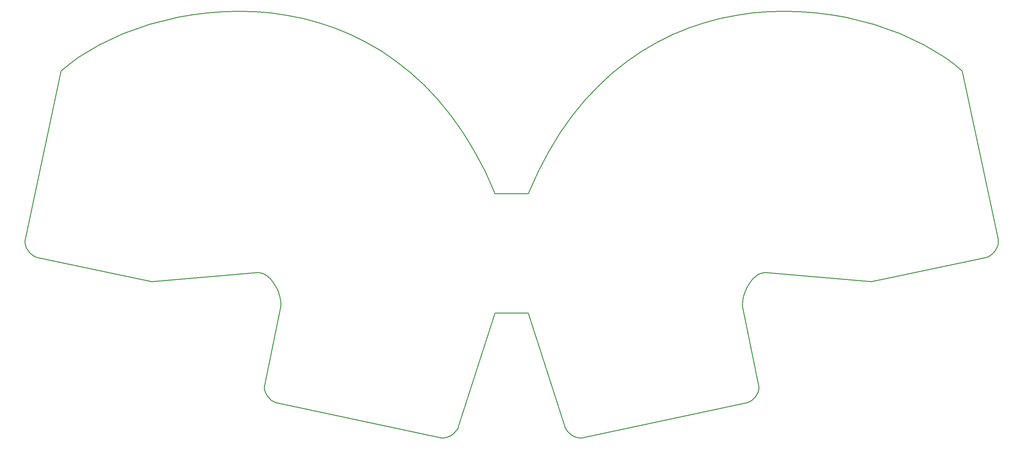
<source format=gm1>
G04 #@! TF.GenerationSoftware,KiCad,Pcbnew,(6.0.9)*
G04 #@! TF.CreationDate,2022-12-10T11:28:18+09:00*
G04 #@! TF.ProjectId,kidoairaku-swallowtail,6b69646f-6169-4726-916b-752d7377616c,rev?*
G04 #@! TF.SameCoordinates,Original*
G04 #@! TF.FileFunction,Profile,NP*
%FSLAX46Y46*%
G04 Gerber Fmt 4.6, Leading zero omitted, Abs format (unit mm)*
G04 Created by KiCad (PCBNEW (6.0.9)) date 2022-12-10 11:28:18*
%MOMM*%
%LPD*%
G01*
G04 APERTURE LIST*
G04 #@! TA.AperFunction,Profile*
%ADD10C,0.264582*%
G04 #@! TD*
G04 #@! TA.AperFunction,Profile*
%ADD11C,0.050000*%
G04 #@! TD*
G04 APERTURE END LIST*
D10*
X212462997Y-110909729D02*
X212239356Y-111301299D01*
X165598420Y-152371726D02*
X165221376Y-152235099D01*
X211497338Y-112957530D02*
X211353205Y-113385505D01*
X127943784Y-60431573D02*
X124289504Y-56558480D01*
X226520614Y-36388076D02*
X230741882Y-36705503D01*
X85086850Y-115523256D02*
X85114223Y-115938346D01*
X104177745Y-42684913D02*
X99898677Y-40918070D01*
X167315557Y-152533455D02*
X167128733Y-152555881D01*
X15500002Y-98500076D02*
X15467017Y-98688283D01*
X18260516Y-103246972D02*
X18443408Y-103327587D01*
X15447430Y-98879517D02*
X15440820Y-99073268D01*
X80750375Y-139584767D02*
X80802557Y-139772031D01*
X16905566Y-102259178D02*
X17220375Y-102556149D01*
X280505343Y-99664443D02*
X280464262Y-99863175D01*
X222236444Y-36285930D02*
X226520614Y-36388076D01*
X214894085Y-140511008D02*
X214691911Y-140867783D01*
X49999996Y-110000084D02*
X78500000Y-107500076D01*
X280553211Y-99268933D02*
X280535134Y-99466192D01*
X152500107Y-85999985D02*
X143499878Y-86000069D01*
X84163425Y-112114942D02*
X84341303Y-112533497D01*
X210896821Y-116742276D02*
X210936563Y-117127779D01*
X83760613Y-111301387D02*
X83969647Y-111703667D01*
X212030323Y-111703578D02*
X211836544Y-112114852D01*
X83299370Y-110530672D02*
X83536972Y-110909818D01*
X279895927Y-101225067D02*
X279655941Y-101589519D01*
X85000000Y-117500084D02*
X80699997Y-138300079D01*
X81924594Y-108881302D02*
X82222295Y-109172614D01*
X83536972Y-110909818D02*
X83760613Y-111301387D01*
X280559155Y-99073174D02*
X280553211Y-99268933D01*
X280499969Y-98499985D02*
X280532956Y-98688191D01*
X80936194Y-140144530D02*
X81105886Y-140511100D01*
X82456956Y-36779280D02*
X78094703Y-36412079D01*
X15722493Y-100457275D02*
X15804526Y-100652849D01*
X280412310Y-100061881D02*
X280349910Y-100260052D01*
X164853289Y-152066776D02*
X164497532Y-151869026D01*
X215360497Y-107960206D02*
X215026363Y-108150393D01*
X212700599Y-110530583D02*
X212462997Y-110909729D01*
X278779595Y-102556053D02*
X278446586Y-102822389D01*
X124289504Y-56558480D02*
X120491323Y-53068753D01*
X238932074Y-37934475D02*
X246679757Y-39869408D01*
X15467017Y-98688283D02*
X15447430Y-98879517D01*
X85103148Y-116742367D02*
X85063407Y-117127871D01*
X171710480Y-56558399D02*
X175508661Y-53068671D01*
X162499985Y-149499985D02*
X162499985Y-149499985D01*
X245999969Y-109999992D02*
X245999969Y-109999992D01*
X15494633Y-99664538D02*
X15535715Y-99863270D01*
X216050592Y-107670246D02*
X215702123Y-107799585D01*
X17901220Y-103054116D02*
X18079646Y-103155646D01*
X270700104Y-52599995D02*
X280499969Y-98499985D01*
X216765475Y-107512267D02*
X216405258Y-107573902D01*
X213629820Y-142119597D02*
X213318809Y-142369397D01*
X82509270Y-109484921D02*
X82784872Y-109816509D01*
X78500000Y-107500076D02*
X78500000Y-107500076D01*
X84341303Y-112533497D02*
X84502631Y-112957620D01*
X212996747Y-142586202D02*
X212832687Y-142681023D01*
X120491323Y-53068753D02*
X116565149Y-49949463D01*
X215299973Y-138299988D02*
X215299973Y-138299988D01*
X61115644Y-37225366D02*
X57067907Y-37934562D01*
X215342235Y-139024622D02*
X215322452Y-139210533D01*
X279655941Y-101589519D02*
X279387643Y-101935547D01*
X128871252Y-152555973D02*
X129060052Y-152567638D01*
X164497532Y-151869026D02*
X164157476Y-151644119D01*
X210880098Y-116345196D02*
X210896821Y-116742276D01*
X280104232Y-100846264D02*
X279895927Y-101225067D01*
X19000002Y-103500076D02*
X49999996Y-110000084D01*
X143499878Y-86000069D02*
X143499878Y-86000069D01*
X166749578Y-152568734D02*
X166558092Y-152559728D01*
X214204400Y-141536480D02*
X213926208Y-141840669D01*
X131146696Y-152066868D02*
X131502453Y-151869118D01*
X85038400Y-115101733D02*
X85086850Y-115523256D01*
X213543026Y-36779194D02*
X217905279Y-36411992D01*
X80677518Y-139210625D02*
X80708547Y-139397470D01*
X16104047Y-101225165D02*
X16344032Y-101589616D01*
X15535715Y-99863270D02*
X15587666Y-100061977D01*
X215249595Y-139584675D02*
X215197414Y-139771940D01*
X15650066Y-100260148D02*
X15722493Y-100457275D01*
X84000000Y-143000076D02*
X84000000Y-143000076D01*
X95571157Y-39457016D02*
X91211091Y-38288819D01*
X167499985Y-152499985D02*
X167315557Y-152533455D01*
X80802557Y-139772031D02*
X80864645Y-139958780D01*
X30004880Y-48875683D02*
X27525481Y-50707822D01*
X132978273Y-150518392D02*
X133088038Y-150356900D01*
X133281459Y-150023191D02*
X133364273Y-149851543D01*
X215299973Y-138299988D02*
X215329640Y-138477328D01*
X131842508Y-151644210D02*
X132163490Y-151394414D01*
X49999996Y-110000084D02*
X49999996Y-110000084D01*
X108392452Y-44770473D02*
X104177745Y-42684913D01*
X129441893Y-152559820D02*
X129634091Y-152540904D01*
X80297847Y-107799674D02*
X80639472Y-107960295D01*
X277920322Y-103155551D02*
X277739453Y-103246878D01*
X253857665Y-42406864D02*
X260338536Y-45443406D01*
X166365893Y-152540813D02*
X166173406Y-152512271D01*
X213318809Y-142369397D02*
X212996747Y-142586202D01*
X168056200Y-60431492D02*
X171710480Y-56558399D01*
X80699997Y-138300079D02*
X80670330Y-138477420D01*
X280552544Y-98879424D02*
X280559155Y-99073174D01*
X143499878Y-86000069D02*
X140803727Y-80016199D01*
X18627900Y-103396982D02*
X18813572Y-103454648D01*
X132163490Y-151394414D02*
X132462026Y-151122000D01*
X84000000Y-143000076D02*
X128500000Y-152500076D01*
X84880855Y-114246245D02*
X84969519Y-114675492D01*
X211999969Y-142999985D02*
X211999969Y-142999985D01*
X260338536Y-45443406D02*
X265995103Y-48875596D01*
X210885746Y-115938254D02*
X210880098Y-116345196D01*
X280349910Y-100260052D02*
X280277483Y-100457178D01*
X280499969Y-98499985D02*
X280499969Y-98499985D01*
X129250406Y-152568826D02*
X129441893Y-152559820D01*
X130778609Y-152235191D02*
X131146696Y-152066868D01*
X215702123Y-107799585D02*
X215360497Y-107960206D01*
X129060052Y-152567638D02*
X129250406Y-152568826D01*
X163836495Y-151394323D02*
X163537959Y-151121908D01*
X166939933Y-152567546D02*
X166749578Y-152568734D01*
X84502631Y-112957620D02*
X84646764Y-113385595D01*
X215322452Y-139210533D02*
X215291423Y-139397379D01*
X79594711Y-107573991D02*
X79949377Y-107670335D01*
X129826579Y-152512363D02*
X130018935Y-152474479D01*
X143500000Y-118500084D02*
X152500000Y-118499992D01*
X212500745Y-142841087D02*
X212333755Y-142905362D01*
X128500000Y-152500076D02*
X128684427Y-152533547D01*
X83499226Y-142841178D02*
X83666216Y-142905454D01*
X215291423Y-139397379D02*
X215249595Y-139584675D01*
X18079646Y-103155646D02*
X18260516Y-103246972D01*
X128684427Y-152533547D02*
X128871252Y-152555973D01*
X18813572Y-103454648D02*
X19000002Y-103500076D01*
X80699997Y-138300079D02*
X80699997Y-138300079D01*
X212239356Y-111301299D02*
X212030323Y-111703578D01*
X80657735Y-139024714D02*
X80677518Y-139210625D01*
X19000002Y-103500076D02*
X19000002Y-103500076D01*
X133088038Y-150356900D02*
X133189240Y-150191738D01*
X17725658Y-102942893D02*
X17901220Y-103054116D01*
X187607532Y-44770389D02*
X191822238Y-42684828D01*
X217499969Y-107499985D02*
X217499969Y-107499985D01*
X234884337Y-37225279D02*
X238932074Y-37934475D01*
D11*
X24904203Y-54527096D02*
X24904203Y-54527096D01*
D10*
X191822238Y-42684828D02*
X196101305Y-40917986D01*
X196101305Y-40917986D02*
X200428826Y-39456930D01*
X16612329Y-101935644D02*
X16905566Y-102259178D01*
X137884133Y-74480345D02*
X134757007Y-69379576D01*
X210999969Y-117499992D02*
X215299973Y-138299988D01*
X214691911Y-140867783D02*
X214460825Y-141210896D01*
X217499969Y-107499985D02*
X217130594Y-107487057D01*
X280464262Y-99863175D02*
X280412310Y-100061881D01*
X276999969Y-103499985D02*
X276999969Y-103499985D01*
X277556561Y-103327494D02*
X277372070Y-103396889D01*
X214700366Y-108368433D02*
X214383155Y-108612611D01*
X213215097Y-109816421D02*
X212951515Y-110165576D01*
X230741882Y-36705503D02*
X234884337Y-37225279D01*
X15804526Y-100652849D02*
X15895744Y-100846361D01*
X82784872Y-109816509D02*
X83048455Y-110165664D01*
X277186398Y-103454556D02*
X276999969Y-103499985D01*
X163021712Y-150518301D02*
X162911947Y-150356808D01*
X175508661Y-53068671D02*
X179434835Y-49949380D01*
X167499985Y-152499985D02*
X167499985Y-152499985D01*
X213490699Y-109484833D02*
X213215097Y-109816421D01*
X158115851Y-74480267D02*
X161242978Y-69379496D01*
X86834388Y-37400551D02*
X82456956Y-36779280D01*
X265995103Y-48875596D02*
X268474504Y-50707734D01*
X73763537Y-36286017D02*
X69479367Y-36388163D01*
X69479367Y-36388163D02*
X65258100Y-36705590D01*
X132734745Y-150829236D02*
X132978273Y-150518392D01*
X79949377Y-107670335D02*
X80297847Y-107799674D01*
X83969647Y-111703667D02*
X84163425Y-112114942D01*
X99898677Y-40918070D02*
X95571157Y-39457016D01*
X212333755Y-142905362D02*
X212166681Y-142958490D01*
X78869375Y-107487148D02*
X79234495Y-107512358D01*
X82370153Y-142119688D02*
X82681163Y-142369488D01*
X84646764Y-113385595D02*
X84773054Y-113815708D01*
X80708547Y-139397470D02*
X80750375Y-139584767D01*
X81308061Y-140867874D02*
X81539147Y-141210987D01*
X15440820Y-99073268D02*
X15446764Y-99269027D01*
X212951515Y-110165576D02*
X212700599Y-110530583D01*
X17220375Y-102556149D02*
X17553383Y-102822485D01*
X163537959Y-151121908D02*
X163265240Y-150829144D01*
X133500000Y-149500076D02*
X133500000Y-149500076D01*
X210999969Y-117499992D02*
X210999969Y-117499992D01*
X214075375Y-108881214D02*
X213777674Y-109172525D01*
X179434835Y-49949380D02*
X183473095Y-47187596D01*
X217905279Y-36411992D02*
X222236444Y-36285930D01*
X209165594Y-37400465D02*
X213543026Y-36779194D01*
X246679757Y-39869408D02*
X253857665Y-42406864D01*
X214383155Y-108612611D02*
X214075375Y-108881214D01*
X133189240Y-150191738D02*
X133281459Y-150023191D01*
X25299881Y-52600082D02*
X25299881Y-52600082D01*
X82681163Y-142369488D02*
X83003226Y-142586293D01*
X83833289Y-142958581D02*
X84000000Y-143000076D01*
X85114223Y-115938346D02*
X85119871Y-116345287D01*
X215135325Y-139958689D02*
X215063777Y-140144438D01*
X130018935Y-152474479D02*
X130401565Y-152371818D01*
X15587666Y-100061977D02*
X15650066Y-100260148D01*
X211030450Y-114675401D02*
X210961569Y-115101642D01*
X78500000Y-107500076D02*
X78869375Y-107487148D01*
X162718526Y-150023100D02*
X162635712Y-149851452D01*
X215026363Y-108150393D02*
X214700366Y-108368433D01*
X81539147Y-141210987D02*
X81795573Y-141536571D01*
X81795573Y-141536571D02*
X82073765Y-141840761D01*
X213926208Y-141840669D02*
X213629820Y-142119597D01*
X134757007Y-69379576D02*
X131438254Y-64700961D01*
X133364273Y-149851543D02*
X133437260Y-149677077D01*
X162562724Y-149676985D02*
X162499985Y-149499985D01*
X212832687Y-142681023D02*
X212667205Y-142766146D01*
X57067907Y-37934562D02*
X49320225Y-39869495D01*
X161242978Y-69379496D02*
X164561730Y-64700881D01*
X18443408Y-103327587D02*
X18627900Y-103396982D01*
X80864645Y-139958780D02*
X80936194Y-140144530D01*
X217130594Y-107487057D02*
X216765475Y-107512267D01*
X79234495Y-107512358D02*
X79594711Y-107573991D01*
X280277483Y-100457178D02*
X280195449Y-100652752D01*
X116565149Y-49949463D02*
X112526889Y-47187679D01*
X276999969Y-103499985D02*
X245999969Y-109999992D01*
X131502453Y-151869118D02*
X131842508Y-151644210D01*
X164157476Y-151644119D02*
X163836495Y-151394323D01*
X165981050Y-152474387D02*
X165598420Y-152371726D01*
X162635712Y-149851452D02*
X162562724Y-149676985D01*
X82222295Y-109172614D02*
X82509270Y-109484921D01*
X81299603Y-108368522D02*
X81616815Y-108612700D01*
X212667205Y-142766146D02*
X212500745Y-142841087D01*
X83666216Y-142905454D02*
X83833289Y-142958581D01*
X279094404Y-102259082D02*
X278779595Y-102556053D01*
X85063407Y-117127871D02*
X85000000Y-117500084D01*
X81105886Y-140511100D02*
X81308061Y-140867874D01*
X17553383Y-102822485D02*
X17725658Y-102942893D01*
X211353205Y-113385505D02*
X211226915Y-113815618D01*
X42142316Y-42406952D02*
X35661447Y-45443494D01*
X80973607Y-108150482D02*
X81299603Y-108368522D01*
X214460825Y-141210896D02*
X214204400Y-141536480D01*
X162810745Y-150191647D02*
X162718526Y-150023100D01*
X80670330Y-138477420D02*
X80653695Y-138657628D01*
X65258100Y-36705590D02*
X61115644Y-37225366D01*
X278274310Y-102942798D02*
X278098749Y-103054021D01*
X280195449Y-100652752D02*
X280104232Y-100846264D01*
X133437260Y-149677077D02*
X133500000Y-149500076D01*
X280535134Y-99466192D02*
X280505343Y-99664443D01*
X183473095Y-47187596D02*
X187607532Y-44770389D01*
X91211091Y-38288819D02*
X86834388Y-37400551D01*
X211119114Y-114246155D02*
X211030450Y-114675401D01*
X143500000Y-118500084D02*
X143500000Y-118500084D01*
X165221376Y-152235099D02*
X164853289Y-152066776D01*
X215197414Y-139771940D02*
X215135325Y-139958689D01*
X83048455Y-110165664D02*
X83299370Y-110530672D01*
X245999969Y-109999992D02*
X217499969Y-107499985D01*
X84969519Y-114675492D02*
X85038400Y-115101733D01*
X166173406Y-152512271D02*
X165981050Y-152474387D01*
X112526889Y-47187679D02*
X108392452Y-44770473D01*
X211836544Y-112114852D02*
X211658667Y-112533408D01*
X268474504Y-50707734D02*
X270700104Y-52599995D01*
X83332767Y-142766238D02*
X83499226Y-142841178D01*
X80639472Y-107960295D02*
X80973607Y-108150482D01*
X277372070Y-103396889D02*
X277186398Y-103454556D01*
X83003226Y-142586293D02*
X83167285Y-142681115D01*
X15895744Y-100846361D02*
X16104047Y-101225165D01*
X15446764Y-99269027D02*
X15464842Y-99466287D01*
X200428826Y-39456930D02*
X204788892Y-38288733D01*
X140803727Y-80016199D02*
X137884133Y-74480345D01*
X82073765Y-141840761D02*
X82370153Y-142119688D01*
X215063777Y-140144438D02*
X214894085Y-140511008D01*
X280532956Y-98688191D02*
X280552544Y-98879424D01*
X162499985Y-149499985D02*
X152499985Y-118499985D01*
X212166681Y-142958490D02*
X211999969Y-142999985D01*
X270700104Y-52599995D02*
X270700104Y-52599995D01*
X163265240Y-150829144D02*
X163021712Y-150518301D01*
X211658667Y-112533408D02*
X211497338Y-112957530D01*
X130401565Y-152371818D02*
X130778609Y-152235191D01*
X16344032Y-101589616D02*
X16612329Y-101935644D01*
X85119871Y-116345287D02*
X85103148Y-116742367D01*
X215350324Y-138840129D02*
X215342235Y-139024622D01*
X279387643Y-101935547D02*
X279094404Y-102259082D01*
X215329640Y-138477328D02*
X215346275Y-138657536D01*
X133500000Y-149500076D02*
X143500000Y-118500084D01*
X84773054Y-113815708D02*
X84880855Y-114246245D01*
X277739453Y-103246878D02*
X277556561Y-103327494D01*
D11*
X271095797Y-54527096D02*
X271095797Y-54527096D01*
D10*
X211226915Y-113815618D02*
X211119114Y-114246155D01*
X49320225Y-39869495D02*
X42142316Y-42406952D01*
X166558092Y-152559728D02*
X166365893Y-152540813D01*
X27525481Y-50707822D02*
X25299881Y-52600082D01*
X216405258Y-107573902D02*
X216050592Y-107670246D01*
X132462026Y-151122000D02*
X132734745Y-150829236D01*
X204788892Y-38288733D02*
X209165594Y-37400465D01*
X15464842Y-99466287D02*
X15494633Y-99664538D01*
X215346275Y-138657536D02*
X215350324Y-138840129D01*
X278446586Y-102822389D02*
X278274310Y-102942798D01*
X164561730Y-64700881D02*
X168056200Y-60431492D01*
X213777674Y-109172525D02*
X213490699Y-109484833D01*
X81616815Y-108612700D02*
X81924594Y-108881302D01*
X152500107Y-85999992D02*
X155196258Y-80016122D01*
X25299881Y-52600082D02*
X15500002Y-98500076D01*
X210936563Y-117127779D02*
X210999969Y-117499992D01*
X210913119Y-115523165D02*
X210885746Y-115938254D01*
X210961569Y-115101642D02*
X210913119Y-115523165D01*
X78094703Y-36412079D02*
X73763537Y-36286017D01*
X85000000Y-117500084D02*
X85000000Y-117500084D01*
X162911947Y-150356808D02*
X162810745Y-150191647D01*
X15500002Y-98500076D02*
X15500002Y-98500076D01*
X80649645Y-138840220D02*
X80657735Y-139024714D01*
X35661447Y-45443494D02*
X30004880Y-48875683D01*
X83167285Y-142681115D02*
X83332767Y-142766238D01*
X131438254Y-64700961D02*
X127943784Y-60431573D01*
X128500000Y-152500076D02*
X128500000Y-152500076D01*
X167128733Y-152555881D02*
X166939933Y-152567546D01*
X278098749Y-103054021D02*
X277920322Y-103155551D01*
X155196258Y-80016122D02*
X158115851Y-74480267D01*
X211999969Y-142999985D02*
X167499985Y-152499985D01*
X80653695Y-138657628D02*
X80649645Y-138840220D01*
X129634091Y-152540904D02*
X129826579Y-152512363D01*
M02*

</source>
